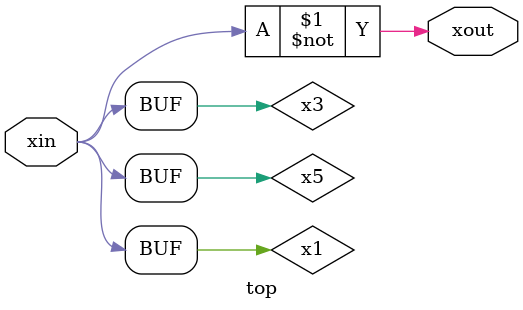
<source format=sv>
module top(
    input logic xin,
    output logic xout
);
logic x1, x2, x3, x4, x5;
assign xout = ~xin;
assign x1 = xin;
assign x2 = ~xin;
assign x3 = xin;
assign x4 = ~xin;
assign x5 = xin;
endmodule

</source>
